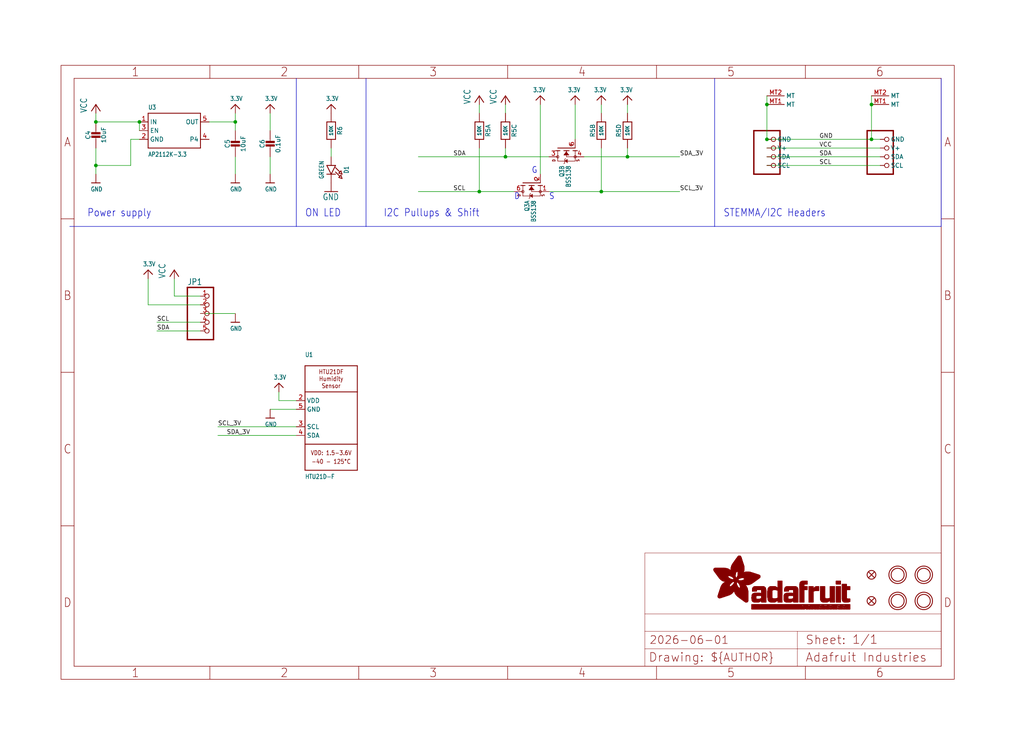
<source format=kicad_sch>
(kicad_sch (version 20230121) (generator eeschema)
  (paper "User" 298.45 217.322)
  (lib_symbols
    (symbol "working-eagle-import:3.3V" (power)
      (property "Value" "3.3V" (at -1.524 1.016 0))
      (symbol "3.3V_1_0"
        (pin power_in line (at 0 -2.54 90) (length 2.54) (name "3.3V") (number "1"))
      )
    )
    (symbol "working-eagle-import:CAP_CERAMIC0603_NO"
      (property "Reference" "C" (at -2.29 1.25 90))
      (symbol "CAP_CERAMIC0603_NO_1_0"
        (pin passive line (at 0 5.08 270) (length 2.54) (name "1") (number "1"))
        (pin passive line (at 0 -2.54 90) (length 2.54) (name "2") (number "2"))
      )
    )
    (symbol "working-eagle-import:CAP_CERAMIC0805-NOOUTLINE"
      (property "Reference" "C" (at -2.29 1.25 90))
      (symbol "CAP_CERAMIC0805-NOOUTLINE_1_0"
        (pin passive line (at 0 5.08 270) (length 2.54) (name "1") (number "1"))
        (pin passive line (at 0 -2.54 90) (length 2.54) (name "2") (number "2"))
      )
    )
    (symbol "working-eagle-import:FIDUCIAL_1MM")
    (symbol "working-eagle-import:FRAME_A4_ADAFRUIT"
      (symbol "FRAME_A4_ADAFRUIT_1_0"
        (text "${#}/${##}" (at 230.505 10.16 0) (effects (font (size 2.54 2.54)) (justify left bottom)))
        (text "${AUTHOR}" (at 189.23 5.08 0) (effects (font (size 2.286 2.286)) (justify left bottom)))
        (text "${CURRENT_DATE}" (at 171.45 10.16 0) (effects (font (size 2.286 2.286)) (justify left bottom)))
        (text "${PROJECTNAME}" (at 171.45 15.24 0) (effects (font (size 2.54 2.54)) (justify left bottom)))
        (text "1" (at 21.6958 1.905 0) (effects (font (size 2.54 2.286))))
        (text "1" (at 21.6958 177.165 0) (effects (font (size 2.54 2.286))))
        (text "2" (at 65.0875 1.905 0) (effects (font (size 2.54 2.286))))
        (text "2" (at 65.0875 177.165 0) (effects (font (size 2.54 2.286))))
        (text "3" (at 108.4792 1.905 0) (effects (font (size 2.54 2.286))))
        (text "3" (at 108.4792 177.165 0) (effects (font (size 2.54 2.286))))
        (text "4" (at 151.8708 1.905 0) (effects (font (size 2.54 2.286))))
        (text "4" (at 151.8708 177.165 0) (effects (font (size 2.54 2.286))))
        (text "5" (at 195.2625 1.905 0) (effects (font (size 2.54 2.286))))
        (text "5" (at 195.2625 177.165 0) (effects (font (size 2.54 2.286))))
        (text "6" (at 238.6542 1.905 0) (effects (font (size 2.54 2.286))))
        (text "6" (at 238.6542 177.165 0) (effects (font (size 2.54 2.286))))
        (text "A" (at 1.905 156.6863 0) (effects (font (size 2.54 2.286))))
        (text "A" (at 258.445 156.6863 0) (effects (font (size 2.54 2.286))))
        (text "Adafruit Industries" (at 216.916 4.953 0) (effects (font (size 2.54 2.54)) (justify left bottom)))
        (text "B" (at 1.905 111.9188 0) (effects (font (size 2.54 2.286))))
        (text "B" (at 258.445 111.9188 0) (effects (font (size 2.54 2.286))))
        (text "C" (at 1.905 67.1513 0) (effects (font (size 2.54 2.286))))
        (text "C" (at 258.445 67.1513 0) (effects (font (size 2.54 2.286))))
        (text "D" (at 1.905 22.3838 0) (effects (font (size 2.54 2.286))))
        (text "D" (at 258.445 22.3838 0) (effects (font (size 2.54 2.286))))
        (text "Drawing:" (at 171.196 4.953 0) (effects (font (size 2.54 2.54)) (justify left bottom)))
        (text "Sheet:" (at 216.916 10.033 0) (effects (font (size 2.54 2.54)) (justify left bottom)))
      )
    )
    (symbol "working-eagle-import:GND" (power)
      (property "Value" "GND" (at -1.524 -2.54 0))
      (symbol "GND_1_0"
        (pin power_in line (at 0 2.54 270) (length 2.54) (name "GND") (number "1"))
      )
    )
    (symbol "working-eagle-import:HEADER-1X570MIL"
      (property "Reference" "JP" (at -6.35 8.255 0))
      (symbol "HEADER-1X570MIL_1_0"
        (pin passive inverted (at -2.54 5.08 0) (length 2.54) (name "1") (number "1"))
        (pin passive inverted (at -2.54 2.54 0) (length 2.54) (name "2") (number "2"))
        (pin passive inverted (at -2.54 0 0) (length 2.54) (name "3") (number "3"))
        (pin passive inverted (at -2.54 -2.54 0) (length 2.54) (name "4") (number "4"))
        (pin passive inverted (at -2.54 -5.08 0) (length 2.54) (name "5") (number "5"))
      )
    )
    (symbol "working-eagle-import:HTU21DF"
      (property "Reference" "U" (at -7.62 17.78 0))
      (symbol "HTU21DF_1_0"
        (text "-40 - 125°C" (at 0 -12.7 0) (effects (font (size 1.27 1.0795))))
        (text "HTU21DF\nHumidity\nSensor" (at 0 11.43 0) (effects (font (size 1.27 1.0795))))
        (text "VDD: 1.5-3.6V" (at 0 -10.16 0) (effects (font (size 1.27 1.0795))))
        (pin power_in line (at -10.16 5.08 0) (length 2.54) (name "VDD") (number "2"))
        (pin input line (at -10.16 -2.54 0) (length 2.54) (name "SCL") (number "3"))
        (pin bidirectional line (at -10.16 -5.08 0) (length 2.54) (name "SDA") (number "4"))
        (pin power_in line (at -10.16 2.54 0) (length 2.54) (name "GND") (number "5"))
      )
    )
    (symbol "working-eagle-import:LED0603_NOOUTLINE"
      (property "Reference" "D" (at -1.27 4.445 0))
      (symbol "LED0603_NOOUTLINE_1_0"
        (pin passive line (at -5.08 0 0) (length 2.54) (name "A") (number "A"))
        (pin passive line (at 2.54 0 180) (length 2.54) (name "C") (number "C"))
      )
    )
    (symbol "working-eagle-import:MOSFET-N_DUAL"
      (property "Reference" "Q" (at 5.08 0.635 0))
      (symbol "MOSFET-N_DUAL_1_0"
        (text "D" (at 3.175 3.175 0) (effects (font (size 0.8128 0.6908)) (justify left bottom)))
        (text "G" (at -1.27 -1.905 0) (effects (font (size 0.8128 0.6908)) (justify left bottom)))
        (text "S" (at 3.175 -3.81 0) (effects (font (size 0.8128 0.6908)) (justify left bottom)))
        (pin bidirectional line (at 2.54 -5.08 90) (length 2.54) (name "S") (number "1"))
        (pin bidirectional line (at -2.54 -2.54 0) (length 2.54) (name "G") (number "2"))
        (pin bidirectional line (at 2.54 5.08 270) (length 2.54) (name "D") (number "6"))
      )
      (symbol "MOSFET-N_DUAL_2_0"
        (text "D" (at 3.175 3.175 0) (effects (font (size 0.8128 0.6908)) (justify left bottom)))
        (text "G" (at -1.27 -1.905 0) (effects (font (size 0.8128 0.6908)) (justify left bottom)))
        (text "S" (at 3.175 -3.81 0) (effects (font (size 0.8128 0.6908)) (justify left bottom)))
        (pin bidirectional line (at 2.54 5.08 270) (length 2.54) (name "D") (number "3"))
        (pin bidirectional line (at 2.54 -5.08 90) (length 2.54) (name "S") (number "4"))
        (pin bidirectional line (at -2.54 -2.54 0) (length 2.54) (name "G") (number "5"))
      )
    )
    (symbol "working-eagle-import:MOUNTINGHOLE2.5")
    (symbol "working-eagle-import:RESISTOR_0603_NOOUT"
      (property "Reference" "R" (at 0 2.54 0))
      (symbol "RESISTOR_0603_NOOUT_1_0"
        (pin passive line (at -5.08 0 0) (length 2.54) (name "1") (number "1"))
        (pin passive line (at 5.08 0 180) (length 2.54) (name "2") (number "2"))
      )
    )
    (symbol "working-eagle-import:RESISTOR_4PACK"
      (property "Reference" "R" (at 0 2.54 0))
      (symbol "RESISTOR_4PACK_1_0"
        (pin passive line (at -5.08 0 0) (length 2.54) (name "1") (number "1"))
        (pin passive line (at 5.08 0 180) (length 2.54) (name "2") (number "8"))
      )
      (symbol "RESISTOR_4PACK_2_0"
        (pin passive line (at -5.08 0 0) (length 2.54) (name "1") (number "2"))
        (pin passive line (at 5.08 0 180) (length 2.54) (name "2") (number "7"))
      )
      (symbol "RESISTOR_4PACK_3_0"
        (pin passive line (at -5.08 0 0) (length 2.54) (name "1") (number "3"))
        (pin passive line (at 5.08 0 180) (length 2.54) (name "2") (number "6"))
      )
      (symbol "RESISTOR_4PACK_4_0"
        (pin passive line (at -5.08 0 0) (length 2.54) (name "1") (number "4"))
        (pin passive line (at 5.08 0 180) (length 2.54) (name "2") (number "5"))
      )
    )
    (symbol "working-eagle-import:STEMMA_I2C_QT"
      (symbol "STEMMA_I2C_QT_1_0"
        (pin passive inverted (at 0 5.08 0) (length 2.54) (name "GND") (number "1"))
        (pin passive inverted (at 0 2.54 0) (length 2.54) (name "V+") (number "2"))
        (pin passive inverted (at 0 0 0) (length 2.54) (name "SDA") (number "3"))
        (pin passive inverted (at 0 -2.54 0) (length 2.54) (name "SCL") (number "4"))
      )
      (symbol "STEMMA_I2C_QT_2_0"
        (pin bidirectional line (at 0 0 0) (length 5.08) (name "MT") (number "MT1"))
      )
      (symbol "STEMMA_I2C_QT_3_0"
        (pin bidirectional line (at 0 0 0) (length 5.08) (name "MT") (number "MT2"))
      )
    )
    (symbol "working-eagle-import:VCC" (power)
      (property "Value" "VCC" (at -2.54 -2.54 90))
      (symbol "VCC_1_0"
        (pin power_in line (at 0 -2.54 90) (length 2.54) (name "VCC") (number "1"))
      )
    )
    (symbol "working-eagle-import:VREG_SOT23-5"
      (property "Reference" "U" (at -7.62 6.096 0))
      (symbol "VREG_SOT23-5_1_0"
        (pin power_in line (at -10.16 2.54 0) (length 2.54) (name "IN") (number "1"))
        (pin power_in line (at -10.16 -2.54 0) (length 2.54) (name "GND") (number "2"))
        (pin input line (at -10.16 0 0) (length 2.54) (name "EN") (number "3"))
        (pin bidirectional line (at 10.16 -2.54 180) (length 2.54) (name "P4") (number "4"))
        (pin power_in line (at 10.16 2.54 180) (length 2.54) (name "OUT") (number "5"))
      )
    )
    (symbol "working-eagle-import:supply1_GND" (power)
      (property "Value" "supply1_GND" (at -2.54 -2.54 0))
      (symbol "supply1_GND_1_0"
        (pin power_in line (at 0 2.54 270) (length 2.54) (name "GND") (number "1"))
      )
    )
  )
  (junction (at 182.88 45.72))
  (junction (at 147.32 45.72))
  (junction (at 223.52 40.64))
  (junction (at 27.94 35.56))
  (junction (at 27.94 48.26))
  (junction (at 175.26 55.88))
  (junction (at 254 30.48))
  (junction (at 223.52 30.48))
  (junction (at 40.64 35.56))
  (junction (at 139.7 55.88))
  (junction (at 68.58 35.56))
  (junction (at 254 40.64))
  (wire (pts (xy 27.94 33.02) (xy 27.94 35.56)) (stroke (width 0.1524)))
  (wire (pts (xy 139.7 30.48) (xy 139.7 33.02)) (stroke (width 0.1524)))
  (wire (pts (xy 68.58 35.56) (xy 68.58 33.02)) (stroke (width 0.1524)))
  (wire (pts (xy 170.18 45.72) (xy 182.88 45.72)) (stroke (width 0.1524)))
  (wire (pts (xy 223.52 27.94) (xy 223.52 30.48)) (stroke (width 0.1524)))
  (wire (pts (xy 40.64 40.64) (xy 38.1 40.64)) (stroke (width 0.1524)))
  (wire (pts (xy 38.1 40.64) (xy 38.1 48.26)) (stroke (width 0.1524)))
  (wire (pts (xy 58.42 96.52) (xy 45.72 96.52)) (stroke (width 0.1524)))
  (wire (pts (xy 175.26 43.18) (xy 175.26 55.88)) (stroke (width 0.1524)))
  (wire (pts (xy 86.36 119.38) (xy 78.74 119.38)) (stroke (width 0.1524)))
  (wire (pts (xy 58.42 91.44) (xy 68.58 91.44)) (stroke (width 0.1524)))
  (wire (pts (xy 182.88 33.02) (xy 182.88 30.48)) (stroke (width 0.1524)))
  (wire (pts (xy 175.26 33.02) (xy 175.26 30.48)) (stroke (width 0.1524)))
  (wire (pts (xy 139.7 43.18) (xy 139.7 55.88)) (stroke (width 0.1524)))
  (polyline (pts (xy 208.28 22.86) (xy 208.28 66.04)) (stroke (width 0.1524) (type solid)))
  (wire (pts (xy 139.7 55.88) (xy 121.92 55.88)) (stroke (width 0.1524)))
  (wire (pts (xy 147.32 33.02) (xy 147.32 30.48)) (stroke (width 0.1524)))
  (wire (pts (xy 58.42 93.98) (xy 45.72 93.98)) (stroke (width 0.1524)))
  (wire (pts (xy 43.18 88.9) (xy 43.18 81.28)) (stroke (width 0.1524)))
  (wire (pts (xy 96.52 45.72) (xy 96.52 43.18)) (stroke (width 0.1524)))
  (polyline (pts (xy 106.68 66.04) (xy 208.28 66.04)) (stroke (width 0.1524) (type solid)))
  (wire (pts (xy 81.28 116.84) (xy 81.28 114.3)) (stroke (width 0.1524)))
  (wire (pts (xy 223.52 48.26) (xy 256.54 48.26)) (stroke (width 0.1524)))
  (polyline (pts (xy 86.36 22.86) (xy 86.36 66.04)) (stroke (width 0.1524) (type solid)))
  (wire (pts (xy 160.02 45.72) (xy 147.32 45.72)) (stroke (width 0.1524)))
  (polyline (pts (xy 86.36 66.04) (xy 106.68 66.04)) (stroke (width 0.1524) (type solid)))
  (wire (pts (xy 175.26 55.88) (xy 198.12 55.88)) (stroke (width 0.1524)))
  (polyline (pts (xy 106.68 22.86) (xy 106.68 66.04)) (stroke (width 0.1524) (type solid)))
  (wire (pts (xy 40.64 38.1) (xy 40.64 35.56)) (stroke (width 0.1524)))
  (wire (pts (xy 256.54 40.64) (xy 254 40.64)) (stroke (width 0.1524)))
  (wire (pts (xy 182.88 43.18) (xy 182.88 45.72)) (stroke (width 0.1524)))
  (wire (pts (xy 254 30.48) (xy 254 40.64)) (stroke (width 0.1524)))
  (wire (pts (xy 60.96 35.56) (xy 68.58 35.56)) (stroke (width 0.1524)))
  (wire (pts (xy 68.58 45.72) (xy 68.58 50.8)) (stroke (width 0.1524)))
  (wire (pts (xy 58.42 88.9) (xy 43.18 88.9)) (stroke (width 0.1524)))
  (wire (pts (xy 157.48 50.8) (xy 157.48 30.48)) (stroke (width 0.1524)))
  (wire (pts (xy 182.88 45.72) (xy 198.12 45.72)) (stroke (width 0.1524)))
  (polyline (pts (xy 20.32 66.04) (xy 86.36 66.04)) (stroke (width 0.1524) (type solid)))
  (wire (pts (xy 86.36 124.46) (xy 63.5 124.46)) (stroke (width 0.1524)))
  (wire (pts (xy 223.52 43.18) (xy 256.54 43.18)) (stroke (width 0.1524)))
  (wire (pts (xy 63.5 127) (xy 86.36 127)) (stroke (width 0.1524)))
  (wire (pts (xy 50.8 86.36) (xy 50.8 81.28)) (stroke (width 0.1524)))
  (wire (pts (xy 86.36 116.84) (xy 81.28 116.84)) (stroke (width 0.1524)))
  (wire (pts (xy 68.58 35.56) (xy 68.58 38.1)) (stroke (width 0.1524)))
  (wire (pts (xy 256.54 45.72) (xy 223.52 45.72)) (stroke (width 0.1524)))
  (wire (pts (xy 147.32 43.18) (xy 147.32 45.72)) (stroke (width 0.1524)))
  (polyline (pts (xy 274.32 22.86) (xy 274.32 66.04)) (stroke (width 0.1524) (type solid)))
  (wire (pts (xy 78.74 33.02) (xy 78.74 38.1)) (stroke (width 0.1524)))
  (wire (pts (xy 160.02 55.88) (xy 175.26 55.88)) (stroke (width 0.1524)))
  (polyline (pts (xy 208.28 66.04) (xy 274.32 66.04)) (stroke (width 0.1524) (type solid)))
  (wire (pts (xy 147.32 45.72) (xy 121.92 45.72)) (stroke (width 0.1524)))
  (wire (pts (xy 58.42 86.36) (xy 50.8 86.36)) (stroke (width 0.1524)))
  (wire (pts (xy 254 40.64) (xy 223.52 40.64)) (stroke (width 0.1524)))
  (wire (pts (xy 223.52 30.48) (xy 223.52 40.64)) (stroke (width 0.1524)))
  (wire (pts (xy 78.74 45.72) (xy 78.74 50.8)) (stroke (width 0.1524)))
  (wire (pts (xy 27.94 48.26) (xy 27.94 43.18)) (stroke (width 0.1524)))
  (wire (pts (xy 38.1 48.26) (xy 27.94 48.26)) (stroke (width 0.1524)))
  (wire (pts (xy 149.86 55.88) (xy 139.7 55.88)) (stroke (width 0.1524)))
  (wire (pts (xy 254 27.94) (xy 254 30.48)) (stroke (width 0.1524)))
  (wire (pts (xy 167.64 40.64) (xy 167.64 30.48)) (stroke (width 0.1524)))
  (wire (pts (xy 40.64 35.56) (xy 27.94 35.56)) (stroke (width 0.1524)))
  (wire (pts (xy 27.94 48.26) (xy 27.94 50.8)) (stroke (width 0.1524)))
  (text "STEMMA/I2C Headers" (at 210.82 63.5 0) (effects (font (size 2.1844 1.8567)) (justify left bottom)))
  (text "I2C Pullups & Shift" (at 111.76 63.5 0) (effects (font (size 2.1844 1.8567)) (justify left bottom)))
  (text "D" (at 149.86 58.42 0) (effects (font (size 1.778 1.5113)) (justify left bottom)))
  (text "ON LED" (at 88.9 63.5 0) (effects (font (size 2.1844 1.8567)) (justify left bottom)))
  (text "G" (at 154.94 50.8 0) (effects (font (size 1.778 1.5113)) (justify left bottom)))
  (text "Power supply" (at 25.4 63.5 0) (effects (font (size 2.1844 1.8567)) (justify left bottom)))
  (text "S" (at 160.02 58.42 0) (effects (font (size 1.778 1.5113)) (justify left bottom)))
  (label "SCL_3V" (at 63.5 124.46 0) (effects (font (size 1.2446 1.2446))))
  (label "VCC" (at 238.76 43.18 0) (effects (font (size 1.2446 1.2446))))
  (label "SDA_3V" (at 66.04 127 0) (effects (font (size 1.2446 1.2446))))
  (label "GND" (at 238.76 40.64 0) (effects (font (size 1.2446 1.2446))))
  (label "SCL_3V" (at 198.12 55.88 0) (effects (font (size 1.2446 1.2446))))
  (label "SDA_3V" (at 198.12 45.72 0) (effects (font (size 1.2446 1.2446))))
  (label "SCL" (at 238.76 48.26 0) (effects (font (size 1.2446 1.2446))))
  (label "SDA" (at 132.08 45.72 0) (effects (font (size 1.2446 1.2446))))
  (label "SDA" (at 238.76 45.72 0) (effects (font (size 1.2446 1.2446))))
  (label "SCL" (at 132.08 55.88 0) (effects (font (size 1.2446 1.2446))))
  (label "SDA" (at 45.72 96.52 0) (effects (font (size 1.2446 1.2446))))
  (label "SCL" (at 45.72 93.98 0) (effects (font (size 1.2446 1.2446))))
  (symbol (lib_id "working-eagle-import:RESISTOR_4PACK") (at 139.7 38.1 270) (unit 1)
    (property "Reference" "R5" (at 142.24 38.1 0))
    (property "Value" "10K" (at 139.7 38.1 0) (effects (font (size 1.016 1.016) bold)))
    (property "Footprint" "working:RESPACK_4X0603" (effects hide))
  )
  (symbol (lib_id "working-eagle-import:MOUNTINGHOLE2.5") (at 261.62 167.64 0) (unit 1)
    (property "Reference" "U$20" (effects hide))
    (property "Value" "MOUNTINGHOLE2.5" (effects hide))
    (property "Footprint" "working:MOUNTINGHOLE_2.5_PLATED" (effects hide))
  )
  (symbol (lib_id "working-eagle-import:3.3V") (at 175.26 27.94 0) (mirror y) (unit 1)
    (property "Reference" "#U$24" (effects hide))
    (property "Value" "3.3V" (at 176.784 26.924 0) (effects (font (size 1.27 1.0795)) (justify left bottom)))
  )
  (symbol (lib_id "working-eagle-import:VREG_SOT23-5") (at 50.8 38.1 0) (unit 1)
    (property "Reference" "U3" (at 43.18 32.004 0) (effects (font (size 1.27 1.0795)) (justify left bottom)))
    (property "Value" "AP2112K-3.3" (at 43.18 45.72 0) (effects (font (size 1.27 1.0795)) (justify left bottom)))
    (property "Footprint" "working:SOT23-5" (effects hide))
  )
  (symbol (lib_id "working-eagle-import:STEMMA_I2C_QT") (at 223.52 45.72 0) (unit 1)
    (property "Reference" "CONN3" (effects hide))
    (property "Value" "STEMMA_I2C_QT" (effects hide))
    (property "Footprint" "working:JST_SH4" (effects hide))
  )
  (symbol (lib_id "working-eagle-import:CAP_CERAMIC0603_NO") (at 78.74 43.18 0) (unit 1)
    (property "Reference" "C6" (at 76.45 41.93 90))
    (property "Value" "0.1uF" (at 81.04 41.93 90))
    (property "Footprint" "working:0603-NO" (effects hide))
  )
  (symbol (lib_id "working-eagle-import:HTU21DF") (at 96.52 121.92 0) (unit 1)
    (property "Reference" "U1" (at 88.9 104.14 0) (effects (font (size 1.27 1.0795)) (justify left bottom)))
    (property "Value" "HTU21D-F" (at 88.9 139.7 0) (effects (font (size 1.27 1.0795)) (justify left bottom)))
    (property "Footprint" "working:HTU21DF" (effects hide))
  )
  (symbol (lib_id "working-eagle-import:3.3V") (at 68.58 30.48 0) (unit 1)
    (property "Reference" "#U$16" (effects hide))
    (property "Value" "3.3V" (at 67.056 29.464 0) (effects (font (size 1.27 1.0795)) (justify left bottom)))
  )
  (symbol (lib_id "working-eagle-import:GND") (at 68.58 93.98 0) (unit 1)
    (property "Reference" "#U$14" (effects hide))
    (property "Value" "GND" (at 67.056 96.52 0) (effects (font (size 1.27 1.0795)) (justify left bottom)))
  )
  (symbol (lib_id "working-eagle-import:VCC") (at 27.94 30.48 0) (unit 1)
    (property "Reference" "#P+7" (effects hide))
    (property "Value" "VCC" (at 25.4 33.02 90) (effects (font (size 1.778 1.5113)) (justify left bottom)))
  )
  (symbol (lib_id "working-eagle-import:RESISTOR_4PACK") (at 147.32 38.1 270) (unit 3)
    (property "Reference" "R5" (at 149.86 38.1 0))
    (property "Value" "10K" (at 147.32 38.1 0) (effects (font (size 1.016 1.016) bold)))
    (property "Footprint" "working:RESPACK_4X0603" (effects hide))
  )
  (symbol (lib_id "working-eagle-import:3.3V") (at 167.64 27.94 0) (mirror y) (unit 1)
    (property "Reference" "#U$23" (effects hide))
    (property "Value" "3.3V" (at 169.164 26.924 0) (effects (font (size 1.27 1.0795)) (justify left bottom)))
  )
  (symbol (lib_id "working-eagle-import:3.3V") (at 78.74 30.48 0) (unit 1)
    (property "Reference" "#U$15" (effects hide))
    (property "Value" "3.3V" (at 77.216 29.464 0) (effects (font (size 1.27 1.0795)) (justify left bottom)))
  )
  (symbol (lib_id "working-eagle-import:FRAME_A4_ADAFRUIT") (at 17.78 198.12 0) (unit 1)
    (property "Reference" "#U$21" (effects hide))
    (property "Value" "FRAME_A4_ADAFRUIT" (effects hide))
  )
  (symbol (lib_id "working-eagle-import:MOUNTINGHOLE2.5") (at 269.24 175.26 0) (unit 1)
    (property "Reference" "U$25" (effects hide))
    (property "Value" "MOUNTINGHOLE2.5" (effects hide))
    (property "Footprint" "working:MOUNTINGHOLE_2.5_PLATED" (effects hide))
  )
  (symbol (lib_id "working-eagle-import:STEMMA_I2C_QT") (at 254 30.48 0) (unit 2)
    (property "Reference" "CONN4" (effects hide))
    (property "Value" "STEMMA_I2C_QT" (effects hide))
    (property "Footprint" "working:JST_SH4" (effects hide))
  )
  (symbol (lib_id "working-eagle-import:MOUNTINGHOLE2.5") (at 261.62 175.26 0) (unit 1)
    (property "Reference" "U$19" (effects hide))
    (property "Value" "MOUNTINGHOLE2.5" (effects hide))
    (property "Footprint" "working:MOUNTINGHOLE_2.5_PLATED" (effects hide))
  )
  (symbol (lib_id "working-eagle-import:STEMMA_I2C_QT") (at 223.52 30.48 0) (unit 2)
    (property "Reference" "CONN3" (effects hide))
    (property "Value" "STEMMA_I2C_QT" (effects hide))
    (property "Footprint" "working:JST_SH4" (effects hide))
  )
  (symbol (lib_id "working-eagle-import:3.3V") (at 182.88 27.94 0) (mirror y) (unit 1)
    (property "Reference" "#U$17" (effects hide))
    (property "Value" "3.3V" (at 184.404 26.924 0) (effects (font (size 1.27 1.0795)) (justify left bottom)))
  )
  (symbol (lib_id "working-eagle-import:MOSFET-N_DUAL") (at 154.94 53.34 90) (mirror x) (unit 1)
    (property "Reference" "Q3" (at 154.305 58.42 0) (effects (font (size 1.27 1.0795)) (justify left bottom)))
    (property "Value" "BSS138" (at 156.21 58.42 0) (effects (font (size 1.27 1.0795)) (justify left bottom)))
    (property "Footprint" "working:SOT363" (effects hide))
  )
  (symbol (lib_id "working-eagle-import:GND") (at 68.58 53.34 0) (unit 1)
    (property "Reference" "#U$11" (effects hide))
    (property "Value" "GND" (at 67.056 55.88 0) (effects (font (size 1.27 1.0795)) (justify left bottom)))
  )
  (symbol (lib_id "working-eagle-import:CAP_CERAMIC0805-NOOUTLINE") (at 68.58 43.18 0) (unit 1)
    (property "Reference" "C5" (at 66.29 41.93 90))
    (property "Value" "10uF" (at 70.88 41.93 90))
    (property "Footprint" "working:0805-NO" (effects hide))
  )
  (symbol (lib_id "working-eagle-import:STEMMA_I2C_QT") (at 256.54 45.72 0) (unit 1)
    (property "Reference" "CONN4" (effects hide))
    (property "Value" "STEMMA_I2C_QT" (effects hide))
    (property "Footprint" "working:JST_SH4" (effects hide))
  )
  (symbol (lib_id "working-eagle-import:CAP_CERAMIC0805-NOOUTLINE") (at 27.94 40.64 0) (unit 1)
    (property "Reference" "C4" (at 25.65 39.39 90))
    (property "Value" "10uF" (at 30.24 39.39 90))
    (property "Footprint" "working:0805-NO" (effects hide))
  )
  (symbol (lib_id "working-eagle-import:GND") (at 78.74 53.34 0) (unit 1)
    (property "Reference" "#U$12" (effects hide))
    (property "Value" "GND" (at 77.216 55.88 0) (effects (font (size 1.27 1.0795)) (justify left bottom)))
  )
  (symbol (lib_id "working-eagle-import:MOUNTINGHOLE2.5") (at 269.24 167.64 0) (unit 1)
    (property "Reference" "U$22" (effects hide))
    (property "Value" "MOUNTINGHOLE2.5" (effects hide))
    (property "Footprint" "working:MOUNTINGHOLE_2.5_PLATED" (effects hide))
  )
  (symbol (lib_id "working-eagle-import:LED0603_NOOUTLINE") (at 96.52 50.8 270) (unit 1)
    (property "Reference" "D1" (at 100.965 49.53 0) (effects (font (size 1.27 1.0795))))
    (property "Value" "GREEN" (at 93.726 49.53 0) (effects (font (size 1.27 1.0795))))
    (property "Footprint" "working:CHIPLED_0603_NOOUTLINE" (effects hide))
  )
  (symbol (lib_id "working-eagle-import:FIDUCIAL_1MM") (at 254 167.64 0) (unit 1)
    (property "Reference" "FID4" (effects hide))
    (property "Value" "FIDUCIAL_1MM" (effects hide))
    (property "Footprint" "working:FIDUCIAL_1MM" (effects hide))
  )
  (symbol (lib_id "working-eagle-import:3.3V") (at 43.18 78.74 0) (unit 1)
    (property "Reference" "#U$18" (effects hide))
    (property "Value" "3.3V" (at 41.656 77.724 0) (effects (font (size 1.27 1.0795)) (justify left bottom)))
  )
  (symbol (lib_id "working-eagle-import:RESISTOR_4PACK") (at 175.26 38.1 90) (mirror x) (unit 2)
    (property "Reference" "R5" (at 172.72 38.1 0))
    (property "Value" "10K" (at 175.26 38.1 0) (effects (font (size 1.016 1.016) bold)))
    (property "Footprint" "working:RESPACK_4X0603" (effects hide))
  )
  (symbol (lib_id "working-eagle-import:3.3V") (at 96.52 30.48 0) (unit 1)
    (property "Reference" "#U$27" (effects hide))
    (property "Value" "3.3V" (at 94.996 29.464 0) (effects (font (size 1.27 1.0795)) (justify left bottom)))
  )
  (symbol (lib_id "working-eagle-import:HEADER-1X570MIL") (at 60.96 91.44 0) (unit 1)
    (property "Reference" "JP1" (at 54.61 83.185 0) (effects (font (size 1.778 1.5113)) (justify left bottom)))
    (property "Value" "HEADER-1X570MIL" (effects hide))
    (property "Footprint" "working:1X05_ROUND_70" (effects hide))
  )
  (symbol (lib_id "working-eagle-import:RESISTOR_4PACK") (at 182.88 38.1 90) (mirror x) (unit 4)
    (property "Reference" "R5" (at 180.34 38.1 0))
    (property "Value" "10K" (at 182.88 38.1 0) (effects (font (size 1.016 1.016) bold)))
    (property "Footprint" "working:RESPACK_4X0603" (effects hide))
  )
  (symbol (lib_id "working-eagle-import:3.3V") (at 157.48 27.94 0) (mirror y) (unit 1)
    (property "Reference" "#U$26" (effects hide))
    (property "Value" "3.3V" (at 159.004 26.924 0) (effects (font (size 1.27 1.0795)) (justify left bottom)))
  )
  (symbol (lib_id "working-eagle-import:VCC") (at 147.32 27.94 0) (unit 1)
    (property "Reference" "#P+6" (effects hide))
    (property "Value" "VCC" (at 144.78 30.48 90) (effects (font (size 1.778 1.5113)) (justify left bottom)))
  )
  (symbol (lib_id "working-eagle-import:STEMMA_I2C_QT") (at 254 27.94 0) (unit 3)
    (property "Reference" "CONN4" (effects hide))
    (property "Value" "STEMMA_I2C_QT" (effects hide))
    (property "Footprint" "working:JST_SH4" (effects hide))
  )
  (symbol (lib_id "working-eagle-import:supply1_GND") (at 96.52 55.88 0) (unit 1)
    (property "Reference" "#GND6" (effects hide))
    (property "Value" "GND" (at 93.98 58.42 0) (effects (font (size 1.778 1.5113)) (justify left bottom)))
  )
  (symbol (lib_id "working-eagle-import:GND") (at 78.74 121.92 0) (unit 1)
    (property "Reference" "#U$5" (effects hide))
    (property "Value" "GND" (at 77.216 124.46 0) (effects (font (size 1.27 1.0795)) (justify left bottom)))
  )
  (symbol (lib_id "working-eagle-import:STEMMA_I2C_QT") (at 223.52 27.94 0) (unit 3)
    (property "Reference" "CONN3" (effects hide))
    (property "Value" "STEMMA_I2C_QT" (effects hide))
    (property "Footprint" "working:JST_SH4" (effects hide))
  )
  (symbol (lib_id "working-eagle-import:VCC") (at 50.8 78.74 0) (unit 1)
    (property "Reference" "#P+8" (effects hide))
    (property "Value" "VCC" (at 48.26 81.28 90) (effects (font (size 1.778 1.5113)) (justify left bottom)))
  )
  (symbol (lib_id "working-eagle-import:VCC") (at 139.7 27.94 0) (unit 1)
    (property "Reference" "#P+5" (effects hide))
    (property "Value" "VCC" (at 137.16 30.48 90) (effects (font (size 1.778 1.5113)) (justify left bottom)))
  )
  (symbol (lib_id "working-eagle-import:RESISTOR_0603_NOOUT") (at 96.52 38.1 270) (unit 1)
    (property "Reference" "R6" (at 99.06 38.1 0))
    (property "Value" "10K" (at 96.52 38.1 0) (effects (font (size 1.016 1.016) bold)))
    (property "Footprint" "working:0603-NO" (effects hide))
  )
  (symbol (lib_id "working-eagle-import:GND") (at 27.94 53.34 0) (unit 1)
    (property "Reference" "#U$13" (effects hide))
    (property "Value" "GND" (at 26.416 55.88 0) (effects (font (size 1.27 1.0795)) (justify left bottom)))
  )
  (symbol (lib_id "working-eagle-import:FIDUCIAL_1MM") (at 254 175.26 0) (unit 1)
    (property "Reference" "FID3" (effects hide))
    (property "Value" "FIDUCIAL_1MM" (effects hide))
    (property "Footprint" "working:FIDUCIAL_1MM" (effects hide))
  )
  (symbol (lib_id "working-eagle-import:MOSFET-N_DUAL") (at 165.1 43.18 90) (mirror x) (unit 2)
    (property "Reference" "Q3" (at 164.465 48.26 0) (effects (font (size 1.27 1.0795)) (justify left bottom)))
    (property "Value" "BSS138" (at 166.37 48.26 0) (effects (font (size 1.27 1.0795)) (justify left bottom)))
    (property "Footprint" "working:SOT363" (effects hide))
  )
  (symbol (lib_id "working-eagle-import:3.3V") (at 81.28 111.76 0) (unit 1)
    (property "Reference" "#U$4" (effects hide))
    (property "Value" "3.3V" (at 79.756 110.744 0) (effects (font (size 1.27 1.0795)) (justify left bottom)))
  )
)
</source>
